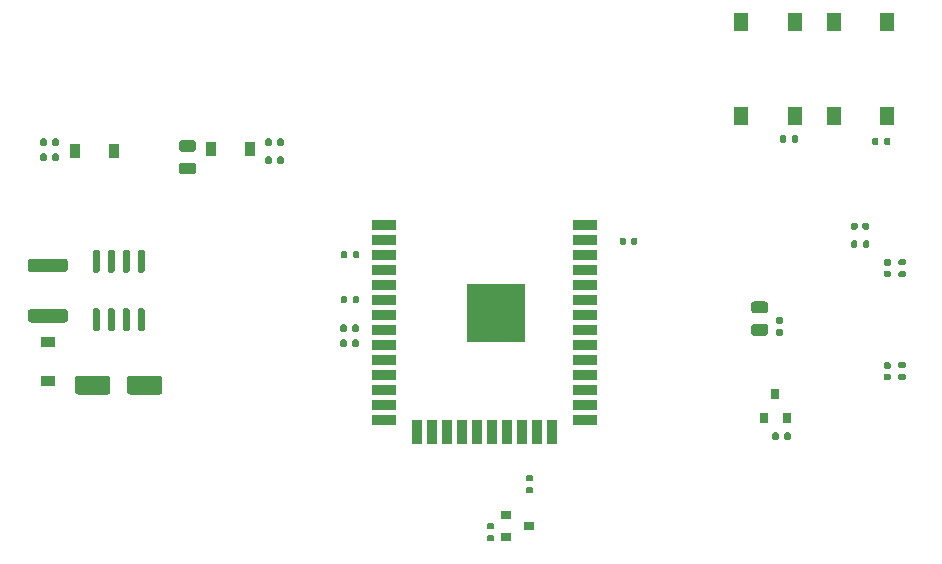
<source format=gbr>
%TF.GenerationSoftware,KiCad,Pcbnew,(5.1.10-1-10_14)*%
%TF.CreationDate,2022-08-23T11:20:17+02:00*%
%TF.ProjectId,RO Flow Counter,524f2046-6c6f-4772-9043-6f756e746572,rev?*%
%TF.SameCoordinates,Original*%
%TF.FileFunction,Paste,Bot*%
%TF.FilePolarity,Positive*%
%FSLAX46Y46*%
G04 Gerber Fmt 4.6, Leading zero omitted, Abs format (unit mm)*
G04 Created by KiCad (PCBNEW (5.1.10-1-10_14)) date 2022-08-23 11:20:17*
%MOMM*%
%LPD*%
G01*
G04 APERTURE LIST*
%ADD10R,1.300000X1.550000*%
%ADD11R,0.900000X1.200000*%
%ADD12R,2.000000X0.900000*%
%ADD13R,0.900000X2.000000*%
%ADD14R,5.000000X5.000000*%
%ADD15R,0.800000X0.900000*%
%ADD16R,0.900000X0.800000*%
%ADD17R,1.200000X0.900000*%
G04 APERTURE END LIST*
%TO.C,C1*%
G36*
G01*
X197060800Y-83711200D02*
X198010800Y-83711200D01*
G75*
G02*
X198260800Y-83961200I0J-250000D01*
G01*
X198260800Y-84461200D01*
G75*
G02*
X198010800Y-84711200I-250000J0D01*
G01*
X197060800Y-84711200D01*
G75*
G02*
X196810800Y-84461200I0J250000D01*
G01*
X196810800Y-83961200D01*
G75*
G02*
X197060800Y-83711200I250000J0D01*
G01*
G37*
G36*
G01*
X197060800Y-81811200D02*
X198010800Y-81811200D01*
G75*
G02*
X198260800Y-82061200I0J-250000D01*
G01*
X198260800Y-82561200D01*
G75*
G02*
X198010800Y-82811200I-250000J0D01*
G01*
X197060800Y-82811200D01*
G75*
G02*
X196810800Y-82561200I0J250000D01*
G01*
X196810800Y-82061200D01*
G75*
G02*
X197060800Y-81811200I250000J0D01*
G01*
G37*
%TD*%
D10*
%TO.C,SW4*%
X203807500Y-58191500D03*
X208307500Y-58191500D03*
X208307500Y-66141500D03*
X203807500Y-66141500D03*
%TD*%
%TO.C,SW3*%
X200497000Y-66141500D03*
X195997000Y-66141500D03*
X195997000Y-58191500D03*
X200497000Y-58191500D03*
%TD*%
%TO.C,R22*%
G36*
G01*
X163104800Y-78036000D02*
X163104800Y-77666000D01*
G75*
G02*
X163239800Y-77531000I135000J0D01*
G01*
X163509800Y-77531000D01*
G75*
G02*
X163644800Y-77666000I0J-135000D01*
G01*
X163644800Y-78036000D01*
G75*
G02*
X163509800Y-78171000I-135000J0D01*
G01*
X163239800Y-78171000D01*
G75*
G02*
X163104800Y-78036000I0J135000D01*
G01*
G37*
G36*
G01*
X162084800Y-78036000D02*
X162084800Y-77666000D01*
G75*
G02*
X162219800Y-77531000I135000J0D01*
G01*
X162489800Y-77531000D01*
G75*
G02*
X162624800Y-77666000I0J-135000D01*
G01*
X162624800Y-78036000D01*
G75*
G02*
X162489800Y-78171000I-135000J0D01*
G01*
X162219800Y-78171000D01*
G75*
G02*
X162084800Y-78036000I0J135000D01*
G01*
G37*
%TD*%
%TO.C,R21*%
G36*
G01*
X163079400Y-81846000D02*
X163079400Y-81476000D01*
G75*
G02*
X163214400Y-81341000I135000J0D01*
G01*
X163484400Y-81341000D01*
G75*
G02*
X163619400Y-81476000I0J-135000D01*
G01*
X163619400Y-81846000D01*
G75*
G02*
X163484400Y-81981000I-135000J0D01*
G01*
X163214400Y-81981000D01*
G75*
G02*
X163079400Y-81846000I0J135000D01*
G01*
G37*
G36*
G01*
X162059400Y-81846000D02*
X162059400Y-81476000D01*
G75*
G02*
X162194400Y-81341000I135000J0D01*
G01*
X162464400Y-81341000D01*
G75*
G02*
X162599400Y-81476000I0J-135000D01*
G01*
X162599400Y-81846000D01*
G75*
G02*
X162464400Y-81981000I-135000J0D01*
G01*
X162194400Y-81981000D01*
G75*
G02*
X162059400Y-81846000I0J135000D01*
G01*
G37*
%TD*%
%TO.C,R20*%
G36*
G01*
X174567000Y-101586000D02*
X174937000Y-101586000D01*
G75*
G02*
X175072000Y-101721000I0J-135000D01*
G01*
X175072000Y-101991000D01*
G75*
G02*
X174937000Y-102126000I-135000J0D01*
G01*
X174567000Y-102126000D01*
G75*
G02*
X174432000Y-101991000I0J135000D01*
G01*
X174432000Y-101721000D01*
G75*
G02*
X174567000Y-101586000I135000J0D01*
G01*
G37*
G36*
G01*
X174567000Y-100566000D02*
X174937000Y-100566000D01*
G75*
G02*
X175072000Y-100701000I0J-135000D01*
G01*
X175072000Y-100971000D01*
G75*
G02*
X174937000Y-101106000I-135000J0D01*
G01*
X174567000Y-101106000D01*
G75*
G02*
X174432000Y-100971000I0J135000D01*
G01*
X174432000Y-100701000D01*
G75*
G02*
X174567000Y-100566000I135000J0D01*
G01*
G37*
%TD*%
%TO.C,R19*%
G36*
G01*
X156704000Y-70035000D02*
X156704000Y-69665000D01*
G75*
G02*
X156839000Y-69530000I135000J0D01*
G01*
X157109000Y-69530000D01*
G75*
G02*
X157244000Y-69665000I0J-135000D01*
G01*
X157244000Y-70035000D01*
G75*
G02*
X157109000Y-70170000I-135000J0D01*
G01*
X156839000Y-70170000D01*
G75*
G02*
X156704000Y-70035000I0J135000D01*
G01*
G37*
G36*
G01*
X155684000Y-70035000D02*
X155684000Y-69665000D01*
G75*
G02*
X155819000Y-69530000I135000J0D01*
G01*
X156089000Y-69530000D01*
G75*
G02*
X156224000Y-69665000I0J-135000D01*
G01*
X156224000Y-70035000D01*
G75*
G02*
X156089000Y-70170000I-135000J0D01*
G01*
X155819000Y-70170000D01*
G75*
G02*
X155684000Y-70035000I0J135000D01*
G01*
G37*
%TD*%
%TO.C,R18*%
G36*
G01*
X137174000Y-69411000D02*
X137174000Y-69781000D01*
G75*
G02*
X137039000Y-69916000I-135000J0D01*
G01*
X136769000Y-69916000D01*
G75*
G02*
X136634000Y-69781000I0J135000D01*
G01*
X136634000Y-69411000D01*
G75*
G02*
X136769000Y-69276000I135000J0D01*
G01*
X137039000Y-69276000D01*
G75*
G02*
X137174000Y-69411000I0J-135000D01*
G01*
G37*
G36*
G01*
X138194000Y-69411000D02*
X138194000Y-69781000D01*
G75*
G02*
X138059000Y-69916000I-135000J0D01*
G01*
X137789000Y-69916000D01*
G75*
G02*
X137654000Y-69781000I0J135000D01*
G01*
X137654000Y-69411000D01*
G75*
G02*
X137789000Y-69276000I135000J0D01*
G01*
X138059000Y-69276000D01*
G75*
G02*
X138194000Y-69411000I0J-135000D01*
G01*
G37*
%TD*%
%TO.C,R17*%
G36*
G01*
X162574000Y-83889000D02*
X162574000Y-84259000D01*
G75*
G02*
X162439000Y-84394000I-135000J0D01*
G01*
X162169000Y-84394000D01*
G75*
G02*
X162034000Y-84259000I0J135000D01*
G01*
X162034000Y-83889000D01*
G75*
G02*
X162169000Y-83754000I135000J0D01*
G01*
X162439000Y-83754000D01*
G75*
G02*
X162574000Y-83889000I0J-135000D01*
G01*
G37*
G36*
G01*
X163594000Y-83889000D02*
X163594000Y-84259000D01*
G75*
G02*
X163459000Y-84394000I-135000J0D01*
G01*
X163189000Y-84394000D01*
G75*
G02*
X163054000Y-84259000I0J135000D01*
G01*
X163054000Y-83889000D01*
G75*
G02*
X163189000Y-83754000I135000J0D01*
G01*
X163459000Y-83754000D01*
G75*
G02*
X163594000Y-83889000I0J-135000D01*
G01*
G37*
%TD*%
%TO.C,R16*%
G36*
G01*
X162574000Y-85159000D02*
X162574000Y-85529000D01*
G75*
G02*
X162439000Y-85664000I-135000J0D01*
G01*
X162169000Y-85664000D01*
G75*
G02*
X162034000Y-85529000I0J135000D01*
G01*
X162034000Y-85159000D01*
G75*
G02*
X162169000Y-85024000I135000J0D01*
G01*
X162439000Y-85024000D01*
G75*
G02*
X162574000Y-85159000I0J-135000D01*
G01*
G37*
G36*
G01*
X163594000Y-85159000D02*
X163594000Y-85529000D01*
G75*
G02*
X163459000Y-85664000I-135000J0D01*
G01*
X163189000Y-85664000D01*
G75*
G02*
X163054000Y-85529000I0J135000D01*
G01*
X163054000Y-85159000D01*
G75*
G02*
X163189000Y-85024000I135000J0D01*
G01*
X163459000Y-85024000D01*
G75*
G02*
X163594000Y-85159000I0J-135000D01*
G01*
G37*
%TD*%
%TO.C,R15*%
G36*
G01*
X156224000Y-68141000D02*
X156224000Y-68511000D01*
G75*
G02*
X156089000Y-68646000I-135000J0D01*
G01*
X155819000Y-68646000D01*
G75*
G02*
X155684000Y-68511000I0J135000D01*
G01*
X155684000Y-68141000D01*
G75*
G02*
X155819000Y-68006000I135000J0D01*
G01*
X156089000Y-68006000D01*
G75*
G02*
X156224000Y-68141000I0J-135000D01*
G01*
G37*
G36*
G01*
X157244000Y-68141000D02*
X157244000Y-68511000D01*
G75*
G02*
X157109000Y-68646000I-135000J0D01*
G01*
X156839000Y-68646000D01*
G75*
G02*
X156704000Y-68511000I0J135000D01*
G01*
X156704000Y-68141000D01*
G75*
G02*
X156839000Y-68006000I135000J0D01*
G01*
X157109000Y-68006000D01*
G75*
G02*
X157244000Y-68141000I0J-135000D01*
G01*
G37*
%TD*%
%TO.C,R8*%
G36*
G01*
X137652000Y-68511000D02*
X137652000Y-68141000D01*
G75*
G02*
X137787000Y-68006000I135000J0D01*
G01*
X138057000Y-68006000D01*
G75*
G02*
X138192000Y-68141000I0J-135000D01*
G01*
X138192000Y-68511000D01*
G75*
G02*
X138057000Y-68646000I-135000J0D01*
G01*
X137787000Y-68646000D01*
G75*
G02*
X137652000Y-68511000I0J135000D01*
G01*
G37*
G36*
G01*
X136632000Y-68511000D02*
X136632000Y-68141000D01*
G75*
G02*
X136767000Y-68006000I135000J0D01*
G01*
X137037000Y-68006000D01*
G75*
G02*
X137172000Y-68141000I0J-135000D01*
G01*
X137172000Y-68511000D01*
G75*
G02*
X137037000Y-68646000I-135000J0D01*
G01*
X136767000Y-68646000D01*
G75*
G02*
X136632000Y-68511000I0J135000D01*
G01*
G37*
%TD*%
D11*
%TO.C,D5*%
X142874000Y-69088000D03*
X139574000Y-69088000D03*
%TD*%
D12*
%TO.C,U2*%
X165744000Y-75311000D03*
X165744000Y-76581000D03*
X165744000Y-77851000D03*
X165744000Y-79121000D03*
X165744000Y-80391000D03*
X165744000Y-81661000D03*
X165744000Y-82931000D03*
X165744000Y-84201000D03*
X165744000Y-85471000D03*
X165744000Y-86741000D03*
X165744000Y-88011000D03*
X165744000Y-89281000D03*
X165744000Y-90551000D03*
X165744000Y-91821000D03*
D13*
X168529000Y-92821000D03*
X169799000Y-92821000D03*
X171069000Y-92821000D03*
X172339000Y-92821000D03*
X173609000Y-92821000D03*
X174879000Y-92821000D03*
X176149000Y-92821000D03*
X177419000Y-92821000D03*
X178689000Y-92821000D03*
X179959000Y-92821000D03*
D12*
X182744000Y-91821000D03*
X182744000Y-90551000D03*
X182744000Y-89281000D03*
X182744000Y-88011000D03*
X182744000Y-86741000D03*
X182744000Y-85471000D03*
X182744000Y-84201000D03*
X182744000Y-82931000D03*
X182744000Y-81661000D03*
X182744000Y-80391000D03*
X182744000Y-79121000D03*
X182744000Y-77851000D03*
X182744000Y-76581000D03*
X182744000Y-75311000D03*
D14*
X175244000Y-82811000D03*
%TD*%
%TO.C,R14*%
G36*
G01*
X208073500Y-68447500D02*
X208073500Y-68077500D01*
G75*
G02*
X208208500Y-67942500I135000J0D01*
G01*
X208478500Y-67942500D01*
G75*
G02*
X208613500Y-68077500I0J-135000D01*
G01*
X208613500Y-68447500D01*
G75*
G02*
X208478500Y-68582500I-135000J0D01*
G01*
X208208500Y-68582500D01*
G75*
G02*
X208073500Y-68447500I0J135000D01*
G01*
G37*
G36*
G01*
X207053500Y-68447500D02*
X207053500Y-68077500D01*
G75*
G02*
X207188500Y-67942500I135000J0D01*
G01*
X207458500Y-67942500D01*
G75*
G02*
X207593500Y-68077500I0J-135000D01*
G01*
X207593500Y-68447500D01*
G75*
G02*
X207458500Y-68582500I-135000J0D01*
G01*
X207188500Y-68582500D01*
G75*
G02*
X207053500Y-68447500I0J135000D01*
G01*
G37*
%TD*%
%TO.C,R13*%
G36*
G01*
X200265000Y-68257000D02*
X200265000Y-67887000D01*
G75*
G02*
X200400000Y-67752000I135000J0D01*
G01*
X200670000Y-67752000D01*
G75*
G02*
X200805000Y-67887000I0J-135000D01*
G01*
X200805000Y-68257000D01*
G75*
G02*
X200670000Y-68392000I-135000J0D01*
G01*
X200400000Y-68392000D01*
G75*
G02*
X200265000Y-68257000I0J135000D01*
G01*
G37*
G36*
G01*
X199245000Y-68257000D02*
X199245000Y-67887000D01*
G75*
G02*
X199380000Y-67752000I135000J0D01*
G01*
X199650000Y-67752000D01*
G75*
G02*
X199785000Y-67887000I0J-135000D01*
G01*
X199785000Y-68257000D01*
G75*
G02*
X199650000Y-68392000I-135000J0D01*
G01*
X199380000Y-68392000D01*
G75*
G02*
X199245000Y-68257000I0J135000D01*
G01*
G37*
%TD*%
%TO.C,C19*%
G36*
G01*
X186636000Y-76878000D02*
X186636000Y-76538000D01*
G75*
G02*
X186776000Y-76398000I140000J0D01*
G01*
X187056000Y-76398000D01*
G75*
G02*
X187196000Y-76538000I0J-140000D01*
G01*
X187196000Y-76878000D01*
G75*
G02*
X187056000Y-77018000I-140000J0D01*
G01*
X186776000Y-77018000D01*
G75*
G02*
X186636000Y-76878000I0J140000D01*
G01*
G37*
G36*
G01*
X185676000Y-76878000D02*
X185676000Y-76538000D01*
G75*
G02*
X185816000Y-76398000I140000J0D01*
G01*
X186096000Y-76398000D01*
G75*
G02*
X186236000Y-76538000I0J-140000D01*
G01*
X186236000Y-76878000D01*
G75*
G02*
X186096000Y-77018000I-140000J0D01*
G01*
X185816000Y-77018000D01*
G75*
G02*
X185676000Y-76878000I0J140000D01*
G01*
G37*
%TD*%
%TO.C,R12*%
G36*
G01*
X199148001Y-93033000D02*
X199148001Y-93403000D01*
G75*
G02*
X199013001Y-93538000I-135000J0D01*
G01*
X198743001Y-93538000D01*
G75*
G02*
X198608001Y-93403000I0J135000D01*
G01*
X198608001Y-93033000D01*
G75*
G02*
X198743001Y-92898000I135000J0D01*
G01*
X199013001Y-92898000D01*
G75*
G02*
X199148001Y-93033000I0J-135000D01*
G01*
G37*
G36*
G01*
X200168001Y-93033000D02*
X200168001Y-93403000D01*
G75*
G02*
X200033001Y-93538000I-135000J0D01*
G01*
X199763001Y-93538000D01*
G75*
G02*
X199628001Y-93403000I0J135000D01*
G01*
X199628001Y-93033000D01*
G75*
G02*
X199763001Y-92898000I135000J0D01*
G01*
X200033001Y-92898000D01*
G75*
G02*
X200168001Y-93033000I0J-135000D01*
G01*
G37*
%TD*%
D15*
%TO.C,Q4*%
X198882000Y-89678000D03*
X197932000Y-91678000D03*
X199832000Y-91678000D03*
%TD*%
%TO.C,R11*%
G36*
G01*
X206295500Y-77147000D02*
X206295500Y-76777000D01*
G75*
G02*
X206430500Y-76642000I135000J0D01*
G01*
X206700500Y-76642000D01*
G75*
G02*
X206835500Y-76777000I0J-135000D01*
G01*
X206835500Y-77147000D01*
G75*
G02*
X206700500Y-77282000I-135000J0D01*
G01*
X206430500Y-77282000D01*
G75*
G02*
X206295500Y-77147000I0J135000D01*
G01*
G37*
G36*
G01*
X205275500Y-77147000D02*
X205275500Y-76777000D01*
G75*
G02*
X205410500Y-76642000I135000J0D01*
G01*
X205680500Y-76642000D01*
G75*
G02*
X205815500Y-76777000I0J-135000D01*
G01*
X205815500Y-77147000D01*
G75*
G02*
X205680500Y-77282000I-135000J0D01*
G01*
X205410500Y-77282000D01*
G75*
G02*
X205275500Y-77147000I0J135000D01*
G01*
G37*
%TD*%
%TO.C,R10*%
G36*
G01*
X209428500Y-87935499D02*
X209798500Y-87935499D01*
G75*
G02*
X209933500Y-88070499I0J-135000D01*
G01*
X209933500Y-88340499D01*
G75*
G02*
X209798500Y-88475499I-135000J0D01*
G01*
X209428500Y-88475499D01*
G75*
G02*
X209293500Y-88340499I0J135000D01*
G01*
X209293500Y-88070499D01*
G75*
G02*
X209428500Y-87935499I135000J0D01*
G01*
G37*
G36*
G01*
X209428500Y-86915499D02*
X209798500Y-86915499D01*
G75*
G02*
X209933500Y-87050499I0J-135000D01*
G01*
X209933500Y-87320499D01*
G75*
G02*
X209798500Y-87455499I-135000J0D01*
G01*
X209428500Y-87455499D01*
G75*
G02*
X209293500Y-87320499I0J135000D01*
G01*
X209293500Y-87050499D01*
G75*
G02*
X209428500Y-86915499I135000J0D01*
G01*
G37*
%TD*%
%TO.C,R9*%
G36*
G01*
X209798500Y-78754000D02*
X209428500Y-78754000D01*
G75*
G02*
X209293500Y-78619000I0J135000D01*
G01*
X209293500Y-78349000D01*
G75*
G02*
X209428500Y-78214000I135000J0D01*
G01*
X209798500Y-78214000D01*
G75*
G02*
X209933500Y-78349000I0J-135000D01*
G01*
X209933500Y-78619000D01*
G75*
G02*
X209798500Y-78754000I-135000J0D01*
G01*
G37*
G36*
G01*
X209798500Y-79774000D02*
X209428500Y-79774000D01*
G75*
G02*
X209293500Y-79639000I0J135000D01*
G01*
X209293500Y-79369000D01*
G75*
G02*
X209428500Y-79234000I135000J0D01*
G01*
X209798500Y-79234000D01*
G75*
G02*
X209933500Y-79369000I0J-135000D01*
G01*
X209933500Y-79639000D01*
G75*
G02*
X209798500Y-79774000I-135000J0D01*
G01*
G37*
%TD*%
D11*
%TO.C,D4*%
X151107274Y-68937274D03*
X154407274Y-68937274D03*
%TD*%
%TO.C,C18*%
G36*
G01*
X208513500Y-87521500D02*
X208173500Y-87521500D01*
G75*
G02*
X208033500Y-87381500I0J140000D01*
G01*
X208033500Y-87101500D01*
G75*
G02*
X208173500Y-86961500I140000J0D01*
G01*
X208513500Y-86961500D01*
G75*
G02*
X208653500Y-87101500I0J-140000D01*
G01*
X208653500Y-87381500D01*
G75*
G02*
X208513500Y-87521500I-140000J0D01*
G01*
G37*
G36*
G01*
X208513500Y-88481500D02*
X208173500Y-88481500D01*
G75*
G02*
X208033500Y-88341500I0J140000D01*
G01*
X208033500Y-88061500D01*
G75*
G02*
X208173500Y-87921500I140000J0D01*
G01*
X208513500Y-87921500D01*
G75*
G02*
X208653500Y-88061500I0J-140000D01*
G01*
X208653500Y-88341500D01*
G75*
G02*
X208513500Y-88481500I-140000J0D01*
G01*
G37*
%TD*%
%TO.C,C17*%
G36*
G01*
X208173499Y-78234000D02*
X208513499Y-78234000D01*
G75*
G02*
X208653499Y-78374000I0J-140000D01*
G01*
X208653499Y-78654000D01*
G75*
G02*
X208513499Y-78794000I-140000J0D01*
G01*
X208173499Y-78794000D01*
G75*
G02*
X208033499Y-78654000I0J140000D01*
G01*
X208033499Y-78374000D01*
G75*
G02*
X208173499Y-78234000I140000J0D01*
G01*
G37*
G36*
G01*
X208173499Y-79194000D02*
X208513499Y-79194000D01*
G75*
G02*
X208653499Y-79334000I0J-140000D01*
G01*
X208653499Y-79614000D01*
G75*
G02*
X208513499Y-79754000I-140000J0D01*
G01*
X208173499Y-79754000D01*
G75*
G02*
X208033499Y-79614000I0J140000D01*
G01*
X208033499Y-79334000D01*
G75*
G02*
X208173499Y-79194000I140000J0D01*
G01*
G37*
%TD*%
%TO.C,C16*%
G36*
G01*
X206229500Y-75608000D02*
X206229500Y-75268000D01*
G75*
G02*
X206369500Y-75128000I140000J0D01*
G01*
X206649500Y-75128000D01*
G75*
G02*
X206789500Y-75268000I0J-140000D01*
G01*
X206789500Y-75608000D01*
G75*
G02*
X206649500Y-75748000I-140000J0D01*
G01*
X206369500Y-75748000D01*
G75*
G02*
X206229500Y-75608000I0J140000D01*
G01*
G37*
G36*
G01*
X205269500Y-75608000D02*
X205269500Y-75268000D01*
G75*
G02*
X205409500Y-75128000I140000J0D01*
G01*
X205689500Y-75128000D01*
G75*
G02*
X205829500Y-75268000I0J-140000D01*
G01*
X205829500Y-75608000D01*
G75*
G02*
X205689500Y-75748000I-140000J0D01*
G01*
X205409500Y-75748000D01*
G75*
G02*
X205269500Y-75608000I0J140000D01*
G01*
G37*
%TD*%
%TO.C,R7*%
G36*
G01*
X178239000Y-97042000D02*
X177869000Y-97042000D01*
G75*
G02*
X177734000Y-96907000I0J135000D01*
G01*
X177734000Y-96637000D01*
G75*
G02*
X177869000Y-96502000I135000J0D01*
G01*
X178239000Y-96502000D01*
G75*
G02*
X178374000Y-96637000I0J-135000D01*
G01*
X178374000Y-96907000D01*
G75*
G02*
X178239000Y-97042000I-135000J0D01*
G01*
G37*
G36*
G01*
X178239000Y-98062000D02*
X177869000Y-98062000D01*
G75*
G02*
X177734000Y-97927000I0J135000D01*
G01*
X177734000Y-97657000D01*
G75*
G02*
X177869000Y-97522000I135000J0D01*
G01*
X178239000Y-97522000D01*
G75*
G02*
X178374000Y-97657000I0J-135000D01*
G01*
X178374000Y-97927000D01*
G75*
G02*
X178239000Y-98062000I-135000J0D01*
G01*
G37*
%TD*%
D16*
%TO.C,Q3*%
X178038000Y-100838000D03*
X176038000Y-99888000D03*
X176038000Y-101788000D03*
%TD*%
%TO.C,U1*%
G36*
G01*
X141219277Y-82394000D02*
X141519277Y-82394000D01*
G75*
G02*
X141669277Y-82544000I0J-150000D01*
G01*
X141669277Y-84194000D01*
G75*
G02*
X141519277Y-84344000I-150000J0D01*
G01*
X141219277Y-84344000D01*
G75*
G02*
X141069277Y-84194000I0J150000D01*
G01*
X141069277Y-82544000D01*
G75*
G02*
X141219277Y-82394000I150000J0D01*
G01*
G37*
G36*
G01*
X142489277Y-82394000D02*
X142789277Y-82394000D01*
G75*
G02*
X142939277Y-82544000I0J-150000D01*
G01*
X142939277Y-84194000D01*
G75*
G02*
X142789277Y-84344000I-150000J0D01*
G01*
X142489277Y-84344000D01*
G75*
G02*
X142339277Y-84194000I0J150000D01*
G01*
X142339277Y-82544000D01*
G75*
G02*
X142489277Y-82394000I150000J0D01*
G01*
G37*
G36*
G01*
X143759277Y-82394000D02*
X144059277Y-82394000D01*
G75*
G02*
X144209277Y-82544000I0J-150000D01*
G01*
X144209277Y-84194000D01*
G75*
G02*
X144059277Y-84344000I-150000J0D01*
G01*
X143759277Y-84344000D01*
G75*
G02*
X143609277Y-84194000I0J150000D01*
G01*
X143609277Y-82544000D01*
G75*
G02*
X143759277Y-82394000I150000J0D01*
G01*
G37*
G36*
G01*
X145029277Y-82394000D02*
X145329277Y-82394000D01*
G75*
G02*
X145479277Y-82544000I0J-150000D01*
G01*
X145479277Y-84194000D01*
G75*
G02*
X145329277Y-84344000I-150000J0D01*
G01*
X145029277Y-84344000D01*
G75*
G02*
X144879277Y-84194000I0J150000D01*
G01*
X144879277Y-82544000D01*
G75*
G02*
X145029277Y-82394000I150000J0D01*
G01*
G37*
G36*
G01*
X145029277Y-77444000D02*
X145329277Y-77444000D01*
G75*
G02*
X145479277Y-77594000I0J-150000D01*
G01*
X145479277Y-79244000D01*
G75*
G02*
X145329277Y-79394000I-150000J0D01*
G01*
X145029277Y-79394000D01*
G75*
G02*
X144879277Y-79244000I0J150000D01*
G01*
X144879277Y-77594000D01*
G75*
G02*
X145029277Y-77444000I150000J0D01*
G01*
G37*
G36*
G01*
X143759277Y-77444000D02*
X144059277Y-77444000D01*
G75*
G02*
X144209277Y-77594000I0J-150000D01*
G01*
X144209277Y-79244000D01*
G75*
G02*
X144059277Y-79394000I-150000J0D01*
G01*
X143759277Y-79394000D01*
G75*
G02*
X143609277Y-79244000I0J150000D01*
G01*
X143609277Y-77594000D01*
G75*
G02*
X143759277Y-77444000I150000J0D01*
G01*
G37*
G36*
G01*
X142489277Y-77444000D02*
X142789277Y-77444000D01*
G75*
G02*
X142939277Y-77594000I0J-150000D01*
G01*
X142939277Y-79244000D01*
G75*
G02*
X142789277Y-79394000I-150000J0D01*
G01*
X142489277Y-79394000D01*
G75*
G02*
X142339277Y-79244000I0J150000D01*
G01*
X142339277Y-77594000D01*
G75*
G02*
X142489277Y-77444000I150000J0D01*
G01*
G37*
G36*
G01*
X141219277Y-77444000D02*
X141519277Y-77444000D01*
G75*
G02*
X141669277Y-77594000I0J-150000D01*
G01*
X141669277Y-79244000D01*
G75*
G02*
X141519277Y-79394000I-150000J0D01*
G01*
X141219277Y-79394000D01*
G75*
G02*
X141069277Y-79244000I0J150000D01*
G01*
X141069277Y-77594000D01*
G75*
G02*
X141219277Y-77444000I150000J0D01*
G01*
G37*
%TD*%
%TO.C,R5*%
G36*
G01*
X199052600Y-84159600D02*
X199422600Y-84159600D01*
G75*
G02*
X199557600Y-84294600I0J-135000D01*
G01*
X199557600Y-84564600D01*
G75*
G02*
X199422600Y-84699600I-135000J0D01*
G01*
X199052600Y-84699600D01*
G75*
G02*
X198917600Y-84564600I0J135000D01*
G01*
X198917600Y-84294600D01*
G75*
G02*
X199052600Y-84159600I135000J0D01*
G01*
G37*
G36*
G01*
X199052600Y-83139600D02*
X199422600Y-83139600D01*
G75*
G02*
X199557600Y-83274600I0J-135000D01*
G01*
X199557600Y-83544600D01*
G75*
G02*
X199422600Y-83679600I-135000J0D01*
G01*
X199052600Y-83679600D01*
G75*
G02*
X198917600Y-83544600I0J135000D01*
G01*
X198917600Y-83274600D01*
G75*
G02*
X199052600Y-83139600I135000J0D01*
G01*
G37*
%TD*%
%TO.C,L1*%
G36*
G01*
X138724281Y-79319000D02*
X135824275Y-79319000D01*
G75*
G02*
X135574278Y-79069003I0J249997D01*
G01*
X135574278Y-78443997D01*
G75*
G02*
X135824275Y-78194000I249997J0D01*
G01*
X138724281Y-78194000D01*
G75*
G02*
X138974278Y-78443997I0J-249997D01*
G01*
X138974278Y-79069003D01*
G75*
G02*
X138724281Y-79319000I-249997J0D01*
G01*
G37*
G36*
G01*
X138724281Y-83594000D02*
X135824275Y-83594000D01*
G75*
G02*
X135574278Y-83344003I0J249997D01*
G01*
X135574278Y-82718997D01*
G75*
G02*
X135824275Y-82469000I249997J0D01*
G01*
X138724281Y-82469000D01*
G75*
G02*
X138974278Y-82718997I0J-249997D01*
G01*
X138974278Y-83344003D01*
G75*
G02*
X138724281Y-83594000I-249997J0D01*
G01*
G37*
%TD*%
D17*
%TO.C,D3*%
X137274277Y-88544000D03*
X137274277Y-85244000D03*
%TD*%
%TO.C,C14*%
G36*
G01*
X148623000Y-70046000D02*
X149573000Y-70046000D01*
G75*
G02*
X149823000Y-70296000I0J-250000D01*
G01*
X149823000Y-70796000D01*
G75*
G02*
X149573000Y-71046000I-250000J0D01*
G01*
X148623000Y-71046000D01*
G75*
G02*
X148373000Y-70796000I0J250000D01*
G01*
X148373000Y-70296000D01*
G75*
G02*
X148623000Y-70046000I250000J0D01*
G01*
G37*
G36*
G01*
X148623000Y-68146000D02*
X149573000Y-68146000D01*
G75*
G02*
X149823000Y-68396000I0J-250000D01*
G01*
X149823000Y-68896000D01*
G75*
G02*
X149573000Y-69146000I-250000J0D01*
G01*
X148623000Y-69146000D01*
G75*
G02*
X148373000Y-68896000I0J250000D01*
G01*
X148373000Y-68396000D01*
G75*
G02*
X148623000Y-68146000I250000J0D01*
G01*
G37*
%TD*%
%TO.C,C5*%
G36*
G01*
X142574277Y-88344001D02*
X142574277Y-89444001D01*
G75*
G02*
X142324277Y-89694001I-250000J0D01*
G01*
X139824277Y-89694001D01*
G75*
G02*
X139574277Y-89444001I0J250000D01*
G01*
X139574277Y-88344001D01*
G75*
G02*
X139824277Y-88094001I250000J0D01*
G01*
X142324277Y-88094001D01*
G75*
G02*
X142574277Y-88344001I0J-250000D01*
G01*
G37*
G36*
G01*
X146974277Y-88344001D02*
X146974277Y-89444001D01*
G75*
G02*
X146724277Y-89694001I-250000J0D01*
G01*
X144224277Y-89694001D01*
G75*
G02*
X143974277Y-89444001I0J250000D01*
G01*
X143974277Y-88344001D01*
G75*
G02*
X144224277Y-88094001I250000J0D01*
G01*
X146724277Y-88094001D01*
G75*
G02*
X146974277Y-88344001I0J-250000D01*
G01*
G37*
%TD*%
M02*

</source>
